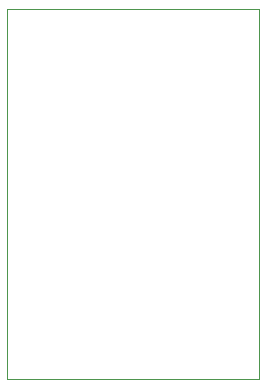
<source format=gbr>
%TF.GenerationSoftware,Altium Limited,Altium Designer,20.1.11 (218)*%
G04 Layer_Color=8388736*
%FSLAX26Y26*%
%MOIN*%
%TF.SameCoordinates,F1652399-7491-40A6-9504-01A14B245E9D*%
%TF.FilePolarity,Positive*%
%TF.FileFunction,Other,BoardOutline*%
%TF.Part,Single*%
G01*
G75*
%TA.AperFunction,NonConductor*%
%ADD131C,0.004000*%
D131*
X0Y0D02*
X838584D01*
Y1232284D01*
X0D02*
X838584D01*
X0Y0D02*
Y1232284D01*
%TF.MD5,99183614fbcbd8dd45d642526541409f*%
M02*

</source>
